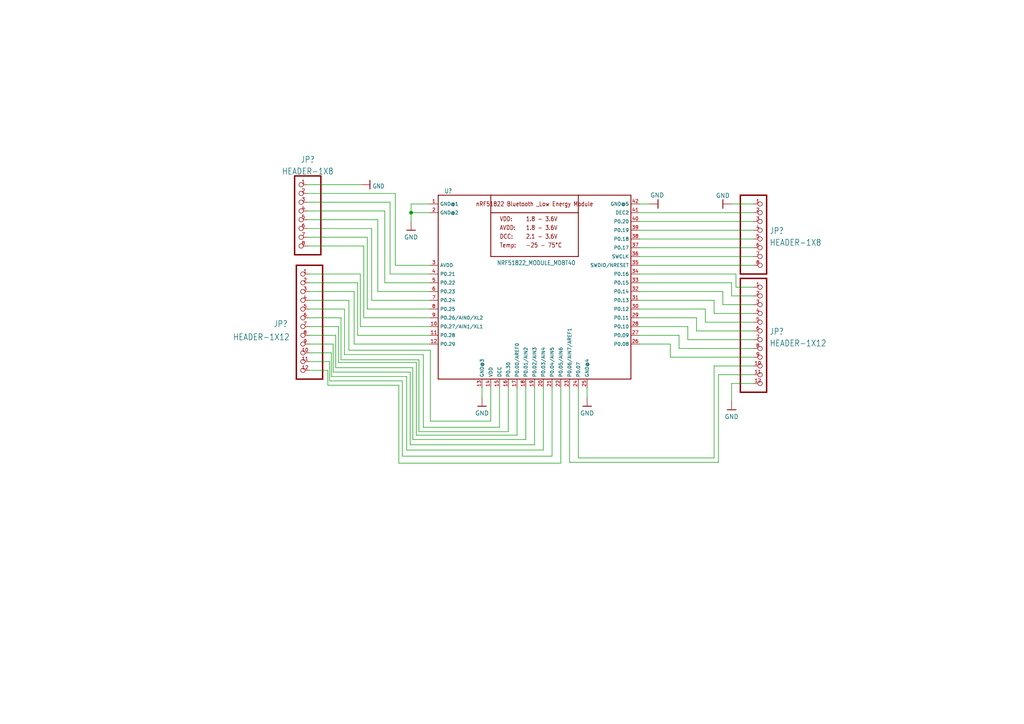
<source format=kicad_sch>
(kicad_sch (version 20211123) (generator eeschema)
  (paper "A4")
  (lib_symbols
    (symbol "Adafruit Bluefruit LE UART Friend-eagle-import:GND" (power)
      (property "Value" "GND" (at -1.524 -2.54 0))
      (symbol "GND_1_0"
        (polyline (pts (xy -1.27 0) (xy 1.27 0)) (stroke (width 0.254)))
        (pin power_in line (at 0 2.54 270) (length 2.54) (name "GND") (number "1"))
      )
    )
    (symbol "Adafruit Bluefruit LE UART Friend-eagle-import:HEADER-1X12"
      (property "Reference" "JP" (at -6.35 18.415 0))
      (property "Value" "HEADER-1X12" (at -6.35 -17.78 0))
      (symbol "HEADER-1X12_1_0"
        (polyline (pts (xy -6.35 -15.24) (xy 1.27 -15.24)) (stroke (width 0.4064)))
        (polyline (pts (xy -6.35 17.78) (xy -6.35 -15.24)) (stroke (width 0.4064)))
        (polyline (pts (xy 1.27 -15.24) (xy 1.27 17.78)) (stroke (width 0.4064)))
        (polyline (pts (xy 1.27 17.78) (xy -6.35 17.78)) (stroke (width 0.4064)))
        (pin passive inverted (at -2.54 15.24 0) (length 2.54) (name "1") (number "1"))
        (pin passive inverted (at -2.54 -7.62 0) (length 2.54) (name "10") (number "10"))
        (pin passive inverted (at -2.54 -10.16 0) (length 2.54) (name "11") (number "11"))
        (pin passive inverted (at -2.54 -12.7 0) (length 2.54) (name "12") (number "12"))
        (pin passive inverted (at -2.54 12.7 0) (length 2.54) (name "2") (number "2"))
        (pin passive inverted (at -2.54 10.16 0) (length 2.54) (name "3") (number "3"))
        (pin passive inverted (at -2.54 7.62 0) (length 2.54) (name "4") (number "4"))
        (pin passive inverted (at -2.54 5.08 0) (length 2.54) (name "5") (number "5"))
        (pin passive inverted (at -2.54 2.54 0) (length 2.54) (name "6") (number "6"))
        (pin passive inverted (at -2.54 0 0) (length 2.54) (name "7") (number "7"))
        (pin passive inverted (at -2.54 -2.54 0) (length 2.54) (name "8") (number "8"))
        (pin passive inverted (at -2.54 -5.08 0) (length 2.54) (name "9") (number "9"))
      )
    )
    (symbol "Adafruit Bluefruit LE UART Friend-eagle-import:HEADER-1X8"
      (property "Reference" "JP" (at -6.35 13.335 0))
      (property "Value" "HEADER-1X8" (at -6.35 -12.7 0))
      (symbol "HEADER-1X8_1_0"
        (polyline (pts (xy -6.35 -10.16) (xy 1.27 -10.16)) (stroke (width 0.4064)))
        (polyline (pts (xy -6.35 12.7) (xy -6.35 -10.16)) (stroke (width 0.4064)))
        (polyline (pts (xy 1.27 -10.16) (xy 1.27 12.7)) (stroke (width 0.4064)))
        (polyline (pts (xy 1.27 12.7) (xy -6.35 12.7)) (stroke (width 0.4064)))
        (pin passive inverted (at -2.54 10.16 0) (length 2.54) (name "1") (number "1"))
        (pin passive inverted (at -2.54 7.62 0) (length 2.54) (name "2") (number "2"))
        (pin passive inverted (at -2.54 5.08 0) (length 2.54) (name "3") (number "3"))
        (pin passive inverted (at -2.54 2.54 0) (length 2.54) (name "4") (number "4"))
        (pin passive inverted (at -2.54 0 0) (length 2.54) (name "5") (number "5"))
        (pin passive inverted (at -2.54 -2.54 0) (length 2.54) (name "6") (number "6"))
        (pin passive inverted (at -2.54 -5.08 0) (length 2.54) (name "7") (number "7"))
        (pin passive inverted (at -2.54 -7.62 0) (length 2.54) (name "8") (number "8"))
      )
    )
    (symbol "Adafruit Bluefruit LE UART Friend-eagle-import:NRF51822_MODULE_MDBT40"
      (property "Reference" "U" (at -27.94 27.94 0))
      (property "Value" "NRF51822_MODULE_MDBT40" (at -27.94 -30.48 0))
      (symbol "NRF51822_MODULE_MDBT40_1_0"
        (polyline (pts (xy -27.94 -27.94) (xy -27.94 25.4)) (stroke (width 0.254)))
        (polyline (pts (xy -27.94 25.4) (xy -12.7 25.4)) (stroke (width 0.254)))
        (polyline (pts (xy -12.7 7.62) (xy 12.7 7.62)) (stroke (width 0.254)))
        (polyline (pts (xy -12.7 20.32) (xy -12.7 7.62)) (stroke (width 0.254)))
        (polyline (pts (xy -12.7 20.32) (xy 12.7 20.32)) (stroke (width 0.254)))
        (polyline (pts (xy -12.7 25.4) (xy -12.7 20.32)) (stroke (width 0.254)))
        (polyline (pts (xy -12.7 25.4) (xy 12.7 25.4)) (stroke (width 0.254)))
        (polyline (pts (xy 12.7 7.62) (xy 12.7 20.32)) (stroke (width 0.254)))
        (polyline (pts (xy 12.7 20.32) (xy 12.7 25.4)) (stroke (width 0.254)))
        (polyline (pts (xy 12.7 25.4) (xy 27.94 25.4)) (stroke (width 0.254)))
        (polyline (pts (xy 27.94 -27.94) (xy -27.94 -27.94)) (stroke (width 0.254)))
        (polyline (pts (xy 27.94 25.4) (xy 27.94 -27.94)) (stroke (width 0.254)))
        (text "-25 - 75°C" (at -2.54 10.16 0) (effects (font (size 1.27 1.0795)) (justify left bottom)))
        (text "1.8 - 3.6V" (at -2.54 15.24 0) (effects (font (size 1.27 1.0795)) (justify left bottom)))
        (text "1.8 - 3.6V" (at -2.54 17.78 0) (effects (font (size 1.27 1.0795)) (justify left bottom)))
        (text "2.1 - 3.6V" (at -2.54 12.7 0) (effects (font (size 1.27 1.0795)) (justify left bottom)))
        (text "AVDD:" (at -10.16 15.24 0) (effects (font (size 1.27 1.0795)) (justify left bottom)))
        (text "DCC:" (at -10.16 12.7 0) (effects (font (size 1.27 1.0795)) (justify left bottom)))
        (text "nRF51822 Bluetooth _Low Energy Module" (at 0 22.86 0) (effects (font (size 1.27 1.0795))))
        (text "Temp:" (at -10.16 10.16 0) (effects (font (size 1.27 1.0795)) (justify left bottom)))
        (text "VDD:" (at -10.16 17.78 0) (effects (font (size 1.27 1.0795)) (justify left bottom)))
        (pin power_in line (at -30.48 22.86 0) (length 2.54) (name "GND@1") (number "1"))
        (pin bidirectional line (at -30.48 -12.7 0) (length 2.54) (name "P0.27/AIN1/XL1") (number "10"))
        (pin bidirectional line (at -30.48 -15.24 0) (length 2.54) (name "P0.28") (number "11"))
        (pin bidirectional line (at -30.48 -17.78 0) (length 2.54) (name "P0.29") (number "12"))
        (pin power_in line (at -15.24 -30.48 90) (length 2.54) (name "GND@3") (number "13"))
        (pin power_in line (at -12.7 -30.48 90) (length 2.54) (name "VDD") (number "14"))
        (pin power_in line (at -10.16 -30.48 90) (length 2.54) (name "DCC") (number "15"))
        (pin bidirectional line (at -7.62 -30.48 90) (length 2.54) (name "P0.30") (number "16"))
        (pin bidirectional line (at -5.08 -30.48 90) (length 2.54) (name "P0.00/AREF0") (number "17"))
        (pin bidirectional line (at -2.54 -30.48 90) (length 2.54) (name "P0.01/AIN2") (number "18"))
        (pin bidirectional line (at 0 -30.48 90) (length 2.54) (name "P0.02/AIN3") (number "19"))
        (pin power_in line (at -30.48 20.32 0) (length 2.54) (name "GND@2") (number "2"))
        (pin bidirectional line (at 2.54 -30.48 90) (length 2.54) (name "P0.03/AIN4") (number "20"))
        (pin bidirectional line (at 5.08 -30.48 90) (length 2.54) (name "P0.04/AIN5") (number "21"))
        (pin bidirectional line (at 7.62 -30.48 90) (length 2.54) (name "P0.05/AIN6") (number "22"))
        (pin bidirectional line (at 10.16 -30.48 90) (length 2.54) (name "P0.06/AIN7/AREF1") (number "23"))
        (pin bidirectional line (at 12.7 -30.48 90) (length 2.54) (name "P0.07") (number "24"))
        (pin power_in line (at 15.24 -30.48 90) (length 2.54) (name "GND@4") (number "25"))
        (pin bidirectional line (at 30.48 -17.78 180) (length 2.54) (name "P0.08") (number "26"))
        (pin bidirectional line (at 30.48 -15.24 180) (length 2.54) (name "P0.09") (number "27"))
        (pin bidirectional line (at 30.48 -12.7 180) (length 2.54) (name "P0.10") (number "28"))
        (pin bidirectional line (at 30.48 -10.16 180) (length 2.54) (name "P0.11") (number "29"))
        (pin power_in line (at -30.48 5.08 0) (length 2.54) (name "AVDD") (number "3"))
        (pin bidirectional line (at 30.48 -7.62 180) (length 2.54) (name "P0.12") (number "30"))
        (pin bidirectional line (at 30.48 -5.08 180) (length 2.54) (name "P0.13") (number "31"))
        (pin bidirectional line (at 30.48 -2.54 180) (length 2.54) (name "P0.14") (number "32"))
        (pin bidirectional line (at 30.48 0 180) (length 2.54) (name "P0.15") (number "33"))
        (pin bidirectional line (at 30.48 2.54 180) (length 2.54) (name "P0.16") (number "34"))
        (pin bidirectional line (at 30.48 5.08 180) (length 2.54) (name "SWDIO/NRESET") (number "35"))
        (pin bidirectional line (at 30.48 7.62 180) (length 2.54) (name "SWCLK") (number "36"))
        (pin bidirectional line (at 30.48 10.16 180) (length 2.54) (name "P0.17") (number "37"))
        (pin bidirectional line (at 30.48 12.7 180) (length 2.54) (name "P0.18") (number "38"))
        (pin bidirectional line (at 30.48 15.24 180) (length 2.54) (name "P0.19") (number "39"))
        (pin bidirectional line (at -30.48 2.54 0) (length 2.54) (name "P0.21") (number "4"))
        (pin bidirectional line (at 30.48 17.78 180) (length 2.54) (name "P0.20") (number "40"))
        (pin power_in line (at 30.48 20.32 180) (length 2.54) (name "DEC2") (number "41"))
        (pin power_in line (at 30.48 22.86 180) (length 2.54) (name "GND@5") (number "42"))
        (pin bidirectional line (at -30.48 0 0) (length 2.54) (name "P0.22") (number "5"))
        (pin bidirectional line (at -30.48 -2.54 0) (length 2.54) (name "P0.23") (number "6"))
        (pin bidirectional line (at -30.48 -5.08 0) (length 2.54) (name "P0.24") (number "7"))
        (pin bidirectional line (at -30.48 -7.62 0) (length 2.54) (name "P0.25") (number "8"))
        (pin bidirectional line (at -30.48 -10.16 0) (length 2.54) (name "P0.26/AIN0/XL2") (number "9"))
      )
    )
  )
  (junction (at 119.2276 61.6966))
  (wire (pts (xy 89.7636 107.4166) (xy 95.0976 107.4166)))
  (wire (pts (xy 144.8816 112.4966) (xy 144.8816 123.9266)))
  (wire (pts (xy 97.3836 97.2566) (xy 97.3836 106.6546)))
  (wire (pts (xy 122.7836 102.8446) (xy 99.9236 102.8446)))
  (wire (pts (xy 101.1936 101.5746) (xy 101.1936 87.0966)))
  (wire (pts (xy 218.5416 90.9066) (xy 207.1116 90.9066)))
  (wire (pts (xy 165.2016 112.4966) (xy 165.2016 134.0866)))
  (wire (pts (xy 218.5416 85.8266) (xy 212.1916 85.8266)))
  (wire (pts (xy 124.5616 59.1566) (xy 119.2276 59.1566)))
  (wire (pts (xy 218.5416 111.2266) (xy 212.1916 111.2266)))
  (wire (pts (xy 89.2556 53.5686) (xy 104.7496 53.5686)))
  (wire (pts (xy 89.7636 97.2566) (xy 97.3836 97.2566)))
  (wire (pts (xy 185.5216 94.7166) (xy 199.4916 94.7166)))
  (wire (pts (xy 147.4216 112.4966) (xy 147.4216 125.1966)))
  (wire (pts (xy 105.5116 92.1766) (xy 105.5116 71.3486)))
  (wire (pts (xy 185.5216 84.5566) (xy 209.6516 84.5566)))
  (wire (pts (xy 103.7336 97.2566) (xy 103.7336 82.0166)))
  (wire (pts (xy 199.4916 94.7166) (xy 199.4916 98.5266)))
  (wire (pts (xy 124.5616 87.0966) (xy 107.7976 87.0966)))
  (wire (pts (xy 89.7636 102.3366) (xy 96.1136 102.3366)))
  (wire (pts (xy 124.8156 101.5746) (xy 101.1936 101.5746)))
  (wire (pts (xy 124.5616 94.7166) (xy 104.4956 94.7166)))
  (wire (pts (xy 202.0316 95.9866) (xy 202.0316 92.1766)))
  (wire (pts (xy 218.5416 95.9866) (xy 202.0316 95.9866)))
  (wire (pts (xy 95.6056 104.8766) (xy 89.7636 104.8766)))
  (wire (pts (xy 213.4616 83.2866) (xy 218.5416 83.2866)))
  (wire (pts (xy 124.5616 89.6366) (xy 106.5276 89.6366)))
  (wire (pts (xy 124.5616 84.5566) (xy 109.5756 84.5566)))
  (wire (pts (xy 104.4956 79.4766) (xy 89.7636 79.4766)))
  (wire (pts (xy 119.7356 106.6546) (xy 119.7356 127.4826)))
  (wire (pts (xy 119.2276 59.1566) (xy 119.2276 61.6966)))
  (wire (pts (xy 124.5616 82.0166) (xy 111.6076 82.0166)))
  (wire (pts (xy 218.5416 101.0666) (xy 196.9516 101.0666)))
  (wire (pts (xy 121.5136 104.3686) (xy 98.9076 104.3686)))
  (wire (pts (xy 89.7636 94.7166) (xy 98.1456 94.7166)))
  (wire (pts (xy 124.5616 97.2566) (xy 103.7336 97.2566)))
  (wire (pts (xy 89.7636 84.5566) (xy 102.7176 84.5566)))
  (wire (pts (xy 107.7976 66.2686) (xy 89.2556 66.2686)))
  (wire (pts (xy 185.5216 64.2366) (xy 218.5416 64.2366)))
  (wire (pts (xy 98.1456 105.1306) (xy 120.7516 105.1306)))
  (wire (pts (xy 196.9516 101.0666) (xy 196.9516 97.2566)))
  (wire (pts (xy 117.9576 130.5306) (xy 157.5816 130.5306)))
  (wire (pts (xy 104.4956 94.7166) (xy 104.4956 79.4766)))
  (wire (pts (xy 120.7516 105.1306) (xy 120.7516 126.2126)))
  (wire (pts (xy 212.1916 59.1566) (xy 218.5416 59.1566)))
  (wire (pts (xy 96.1136 102.3366) (xy 96.1136 109.1946)))
  (wire (pts (xy 116.6876 132.3086) (xy 116.6876 110.4646)))
  (wire (pts (xy 97.3836 106.6546) (xy 119.7356 106.6546)))
  (wire (pts (xy 89.7636 99.7966) (xy 96.6216 99.7966)))
  (wire (pts (xy 202.0316 92.1766) (xy 185.5216 92.1766)))
  (wire (pts (xy 212.1916 111.2266) (xy 212.1916 116.3066)))
  (wire (pts (xy 209.6516 84.5566) (xy 209.6516 88.3666)))
  (wire (pts (xy 199.4916 98.5266) (xy 218.5416 98.5266)))
  (wire (pts (xy 185.5216 99.7966) (xy 194.4116 99.7966)))
  (wire (pts (xy 147.4216 125.1966) (xy 121.5136 125.1966)))
  (wire (pts (xy 117.9576 109.1946) (xy 117.9576 130.5306)))
  (wire (pts (xy 208.3816 108.6866) (xy 218.5416 108.6866)))
  (wire (pts (xy 124.5616 92.1766) (xy 105.5116 92.1766)))
  (wire (pts (xy 114.6556 76.9366) (xy 114.6556 56.1086)))
  (wire (pts (xy 111.6076 61.1886) (xy 89.2556 61.1886)))
  (wire (pts (xy 213.4616 79.4766) (xy 213.4616 83.2866)))
  (wire (pts (xy 119.7356 127.4826) (xy 152.5016 127.4826)))
  (wire (pts (xy 98.1456 94.7166) (xy 98.1456 105.1306)))
  (wire (pts (xy 102.7176 99.7966) (xy 102.7176 84.5566)))
  (wire (pts (xy 124.5616 76.9366) (xy 114.6556 76.9366)))
  (wire (pts (xy 204.5716 93.4466) (xy 218.5416 93.4466)))
  (wire (pts (xy 194.4116 99.7966) (xy 194.4116 103.6066)))
  (wire (pts (xy 95.0976 111.7346) (xy 115.6716 111.7346)))
  (wire (pts (xy 95.0976 107.4166) (xy 95.0976 111.7346)))
  (wire (pts (xy 118.9736 107.9246) (xy 118.9736 129.0066)))
  (wire (pts (xy 196.9516 97.2566) (xy 185.5216 97.2566)))
  (wire (pts (xy 106.5276 68.8086) (xy 89.2556 68.8086)))
  (wire (pts (xy 96.6216 107.9246) (xy 118.9736 107.9246)))
  (wire (pts (xy 109.5756 84.5566) (xy 109.5756 63.7286)))
  (wire (pts (xy 185.5216 79.4766) (xy 213.4616 79.4766)))
  (wire (pts (xy 207.1116 132.8166) (xy 167.7416 132.8166)))
  (wire (pts (xy 160.1216 132.3086) (xy 116.6876 132.3086)))
  (wire (pts (xy 120.7516 126.2126) (xy 149.9616 126.2126)))
  (wire (pts (xy 212.1916 85.8266) (xy 212.1916 82.0166)))
  (wire (pts (xy 113.1316 79.4766) (xy 113.1316 58.6486)))
  (wire (pts (xy 155.0416 129.0066) (xy 155.0416 112.4966)))
  (wire (pts (xy 194.4116 103.6066) (xy 218.5416 103.6066)))
  (wire (pts (xy 113.1316 58.6486) (xy 89.2556 58.6486)))
  (wire (pts (xy 106.5276 89.6366) (xy 106.5276 68.8086)))
  (wire (pts (xy 204.5716 89.6366) (xy 204.5716 93.4466)))
  (wire (pts (xy 185.5216 89.6366) (xy 204.5716 89.6366)))
  (wire (pts (xy 124.5616 99.7966) (xy 102.7176 99.7966)))
  (wire (pts (xy 149.9616 126.2126) (xy 149.9616 112.4966)))
  (wire (pts (xy 142.3416 112.4966) (xy 142.3416 122.1486)))
  (wire (pts (xy 105.5116 71.3486) (xy 89.2556 71.3486)))
  (wire (pts (xy 185.5216 66.7766) (xy 218.5416 66.7766)))
  (wire (pts (xy 170.2816 112.4966) (xy 170.2816 115.2906)))
  (wire (pts (xy 212.1916 82.0166) (xy 185.5216 82.0166)))
  (wire (pts (xy 115.6716 111.7346) (xy 115.6716 134.3406)))
  (wire (pts (xy 109.5756 63.7286) (xy 89.2556 63.7286)))
  (wire (pts (xy 139.8016 112.4966) (xy 139.8016 115.2906)))
  (wire (pts (xy 185.5216 76.9366) (xy 218.5416 76.9366)))
  (wire (pts (xy 96.6216 99.7966) (xy 96.6216 107.9246)))
  (wire (pts (xy 98.9076 104.3686) (xy 98.9076 92.1766)))
  (wire (pts (xy 107.7976 87.0966) (xy 107.7976 66.2686)))
  (wire (pts (xy 103.7336 82.0166) (xy 89.7636 82.0166)))
  (wire (pts (xy 96.1136 109.1946) (xy 117.9576 109.1946)))
  (wire (pts (xy 142.3416 122.1486) (xy 124.8156 122.1486)))
  (wire (pts (xy 185.5216 59.1566) (xy 188.3156 59.1566)))
  (wire (pts (xy 209.6516 88.3666) (xy 218.5416 88.3666)))
  (wire (pts (xy 99.9236 89.6366) (xy 89.7636 89.6366)))
  (wire (pts (xy 207.1116 87.0966) (xy 185.5216 87.0966)))
  (wire (pts (xy 185.5216 61.6966) (xy 218.5416 61.6966)))
  (wire (pts (xy 157.5816 130.5306) (xy 157.5816 112.4966)))
  (wire (pts (xy 116.6876 110.4646) (xy 95.6056 110.4646)))
  (wire (pts (xy 95.6056 110.4646) (xy 95.6056 104.8766)))
  (wire (pts (xy 185.5216 74.3966) (xy 218.5416 74.3966)))
  (wire (pts (xy 160.1216 112.4966) (xy 160.1216 132.3086)))
  (wire (pts (xy 167.7416 132.8166) (xy 167.7416 112.4966)))
  (wire (pts (xy 165.2016 134.0866) (xy 208.3816 134.0866)))
  (wire (pts (xy 185.5216 69.3166) (xy 218.5416 69.3166)))
  (wire (pts (xy 185.5216 71.8566) (xy 218.5416 71.8566)))
  (wire (pts (xy 124.5616 79.4766) (xy 113.1316 79.4766)))
  (wire (pts (xy 98.9076 92.1766) (xy 89.7636 92.1766)))
  (wire (pts (xy 121.5136 125.1966) (xy 121.5136 104.3686)))
  (wire (pts (xy 119.2276 61.6966) (xy 124.5616 61.6966)))
  (wire (pts (xy 111.6076 82.0166) (xy 111.6076 61.1886)))
  (wire (pts (xy 207.1116 106.1466) (xy 207.1116 132.8166)))
  (wire (pts (xy 101.1936 87.0966) (xy 89.7636 87.0966)))
  (wire (pts (xy 124.8156 122.1486) (xy 124.8156 101.5746)))
  (wire (pts (xy 208.3816 108.6866) (xy 208.3816 134.0866)))
  (wire (pts (xy 99.9236 102.8446) (xy 99.9236 89.6366)))
  (wire (pts (xy 115.6716 134.3406) (xy 162.6616 134.3406)))
  (wire (pts (xy 207.1116 90.9066) (xy 207.1116 87.0966)))
  (wire (pts (xy 114.6556 56.1086) (xy 89.2556 56.1086)))
  (wire (pts (xy 119.2276 61.6966) (xy 119.2276 64.2366)))
  (wire (pts (xy 118.9736 129.0066) (xy 155.0416 129.0066)))
  (wire (pts (xy 122.7836 123.9266) (xy 122.7836 102.8446)))
  (wire (pts (xy 144.8816 123.9266) (xy 122.7836 123.9266)))
  (wire (pts (xy 152.5016 127.4826) (xy 152.5016 112.4966)))
  (wire (pts (xy 218.5416 106.1466) (xy 207.1116 106.1466)))
  (wire (pts (xy 162.6616 134.3406) (xy 162.6616 112.4966)))
  (symbol (lib_id "Adafruit Bluefruit LE UART Friend-eagle-import:GND") (at 107.2896 53.5686 90) (unit 1)
    (property "Reference" "#?" (effects hide))
    (property "Value" "GND" (at 108.0516 53.9955 90) (effects (font (size 1.27 1.0795)) (justify right)))
    (property "Footprint" "Adafruit Bluefruit LE UART Friend:" (effects hide))
  )
  (symbol (lib_id "Adafruit Bluefruit LE UART Friend-eagle-import:GND") (at 212.1916 118.8466 0) (unit 1)
    (property "Reference" "#?" (effects hide))
    (property "Value" "GND" (at 212.1916 120.8591 0))
    (property "Footprint" "Adafruit Bluefruit LE UART Friend:" (effects hide))
  )
  (symbol (lib_id "Adafruit Bluefruit LE UART Friend-eagle-import:GND") (at 119.2276 66.7766 0) (unit 1)
    (property "Reference" "#?" (effects hide))
    (property "Value" "GND" (at 119.2276 68.7891 0))
    (property "Footprint" "Adafruit Bluefruit LE UART Friend:" (effects hide))
  )
  (symbol (lib_id "Adafruit Bluefruit LE UART Friend-eagle-import:GND") (at 209.6516 59.1566 270) (unit 1)
    (property "Reference" "#?" (effects hide))
    (property "Value" "GND" (at 209.6516 56.7279 90))
    (property "Footprint" "Adafruit Bluefruit LE UART Friend:" (effects hide))
  )
  (symbol (lib_id "Adafruit Bluefruit LE UART Friend-eagle-import:GND") (at 139.8016 117.8306 0) (unit 1)
    (property "Reference" "#?" (effects hide))
    (property "Value" "GND" (at 139.8016 119.8431 0))
    (property "Footprint" "Adafruit Bluefruit LE UART Friend:" (effects hide))
  )
  (symbol (lib_id "Adafruit Bluefruit LE UART Friend-eagle-import:GND") (at 170.2816 117.8306 0) (unit 1)
    (property "Reference" "#U?" (effects hide))
    (property "Value" "GND" (at 170.2816 119.8431 0))
    (property "Footprint" "Adafruit Bluefruit LE UART Friend:" (effects hide))
  )
  (symbol (lib_id "Adafruit Bluefruit LE UART Friend-eagle-import:HEADER-1X8") (at 221.0816 69.3166 0) (unit 1)
    (property "Reference" "JP?" (at 223.1898 66.9444 0) (effects (font (size 1.778 1.5113)) (justify left)))
    (property "Value" "HEADER-1X8" (at 223.1898 70.3444 0) (effects (font (size 1.778 1.5113)) (justify left)))
    (property "Footprint" "Adafruit Bluefruit LE UART Friend:1X08_ROUND" (effects hide))
  )
  (symbol (lib_id "Adafruit Bluefruit LE UART Friend-eagle-import:HEADER-1X8") (at 86.7156 63.7286 0) (mirror y) (unit 1)
    (property "Reference" "JP?" (at 89.2556 46.286 0) (effects (font (size 1.778 1.5113))))
    (property "Value" "HEADER-1X8" (at 89.2556 49.686 0) (effects (font (size 1.778 1.5113))))
    (property "Footprint" "Adafruit Bluefruit LE UART Friend:1X08_ROUND" (effects hide))
  )
  (symbol (lib_id "Adafruit Bluefruit LE UART Friend-eagle-import:HEADER-1X12") (at 221.0816 98.5266 0) (unit 1)
    (property "Reference" "JP?" (at 223.1898 96.1544 0) (effects (font (size 1.778 1.5113)) (justify left)))
    (property "Value" "HEADER-1X12" (at 223.1898 99.5544 0) (effects (font (size 1.778 1.5113)) (justify left)))
    (property "Footprint" "Adafruit Bluefruit LE UART Friend:1X12_ROUND" (effects hide))
  )
  (symbol (lib_id "Adafruit Bluefruit LE UART Friend-eagle-import:GND") (at 190.8556 59.1566 90) (unit 1)
    (property "Reference" "#U?" (effects hide))
    (property "Value" "GND" (at 190.6016 56.6166 90))
    (property "Footprint" "Adafruit Bluefruit LE UART Friend:" (effects hide))
  )
  (symbol (lib_id "Adafruit Bluefruit LE UART Friend-eagle-import:NRF51822_MODULE_MDBT40") (at 155.0416 82.0166 0) (unit 1)
    (property "Reference" "U?" (at 128.8796 56.1086 0) (effects (font (size 1.27 1.0795)) (justify left bottom)))
    (property "Value" "NRF51822_MODULE_MDBT40" (at 144.1196 76.9366 0) (effects (font (size 1.27 1.0795)) (justify left bottom)))
    (property "Footprint" "Adafruit Bluefruit LE UART Friend:BLE_MODULE_RAYTAC_MDBT40" (effects hide))
  )
  (symbol (lib_id "Adafruit Bluefruit LE UART Friend-eagle-import:HEADER-1X12") (at 87.2236 94.7166 0) (mirror y) (unit 1)
    (property "Reference" "JP?" (at 81.3816 93.9546 0) (effects (font (size 1.778 1.5113))))
    (property "Value" "HEADER-1X12" (at 75.7936 97.7646 0) (effects (font (size 1.778 1.5113))))
    (property "Footprint" "Adafruit Bluefruit LE UART Friend:1X12_ROUND" (effects hide))
  )
)
</source>
